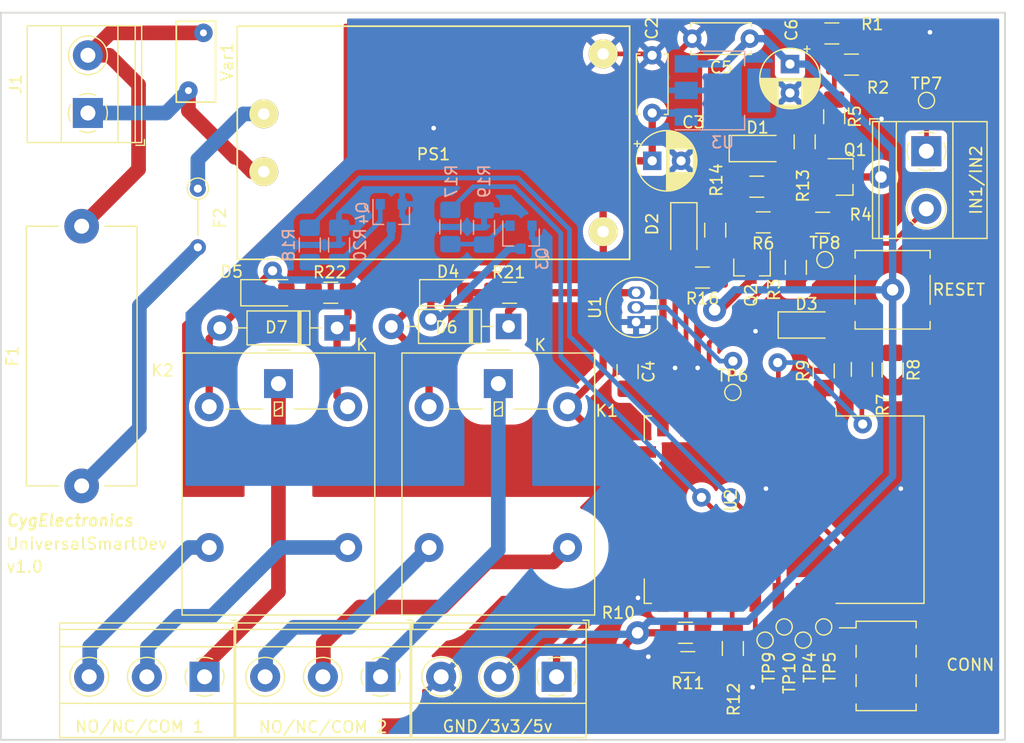
<source format=kicad_pcb>
(kicad_pcb (version 20211014) (generator pcbnew)
  (layers (0 "F.Cu" signal) (31 "B.Cu" signal) (34 "B.Paste" user) (35 "F.Paste" user) (36 "B.SilkS" user "B.Silkscreen") (37 "F.SilkS" user "F.Silkscreen") (38 "B.Mask" user) (39 "F.Mask" user) (44 "Edge.Cuts" user))
  (net 0 "")
  (net 1 "+5V")
  (net 2 "+3V3")
  (net 3 "Net-(D1-Pad2)")
  (net 4 "Net-(D3-Pad2)")
  (net 5 "Net-(D4-Pad2)")
  (net 6 "Net-(D5-Pad2)")
  (net 7 "Net-(F1-Pad1)")
  (net 8 "N")
  (net 9 "L")
  (net 10 "/GPIO0")
  (net 11 "RXD")
  (net 12 "TXD")
  (net 13 "Net-(Q2-Pad1)")
  (net 14 "Net-(Q3-Pad1)")
  (net 15 "Net-(R7-Pad2)")
  (net 16 "Net-(R8-Pad2)")
  (net 17 "Net-(R10-Pad2)")
  (net 18 "Net-(R11-Pad1)")
  (net 19 "/GPIO12")
  (net 20 "/GPIO4")
  (net 21 "/GPIO5")
  (net 22 "/GPIO13")
  (net 23 "/GPIO14")
  (net 24 "Net-(U2-Pad4)")
  (net 25 "Net-(U2-Pad9)")
  (net 26 "Net-(U2-Pad10)")
  (net 27 "Net-(U2-Pad11)")
  (net 28 "Net-(U2-Pad12)")
  (net 29 "Net-(U2-Pad13)")
  (net 30 "Net-(U2-Pad14)")
  (net 31 "Net-(F1-Pad2)")
  (net 32 "/ADC")
  (net 33 "/GPIOs/COM1")
  (net 34 "/GPIOs/NC1")
  (net 35 "/GPIOs/NO1")
  (net 36 "/GPIOs/NO2")
  (net 37 "/GPIOs/NC2")
  (net 38 "/GPIOs/COM2")
  (net 39 "/GPIOs/IN2")
  (net 40 "/GPIOs/IN1")
  (net 41 "Net-(R3-Pad1)")
  (net 42 "Net-(Q4-Pad1)")
  (net 43 "Net-(R1-Pad1)")
  (net 44 "Net-(Q1-Pad1)")
  (net 45 "Net-(D2-Pad2)")
  (net 46 "Net-(D4-Pad1)")
  (net 47 "Net-(D5-Pad1)")
  (net 48 "GNDD")
  (footprint "RF_Module:ESP-12E" (layer "F.Cu") (at 162.865 128.062 -90)
    (fp_text reference "U2")
    (fp_text value "ESP-12F")
  )
  (footprint "Resistor_SMD:R_1206_3216Metric_Pad1.42x1.75mm_HandSolder" (layer "F.Cu") (at 123.5855 109.266 180)
    (fp_text reference "R22")
    (fp_text value "1k")
  )
  (footprint "Resistor_SMD:R_1206_3216Metric_Pad1.42x1.75mm_HandSolder" (layer "F.Cu") (at 155.7925 107.95 180)
    (fp_text reference "R16")
    (fp_text value "300")
  )
  (footprint "Resistor_SMD:R_1206_3216Metric_Pad1.42x1.75mm_HandSolder" (layer "F.Cu") (at 139.0795 109.266 180)
    (fp_text reference "R21")
    (fp_text value "1k")
  )
  (footprint "Resistor_SMD:R_1206_3216Metric_Pad1.42x1.75mm_HandSolder" (layer "F.Cu") (at 164.643 96.185 90)
    (fp_text reference "R13")
    (fp_text value "10k")
  )
  (footprint "Resistor_SMD:R_1206_3216Metric_Pad1.42x1.75mm_HandSolder" (layer "F.Cu") (at 160.4915 100.076 180)
    (fp_text reference "R15" hide)
    (fp_text value "300")
  )
  (footprint "Resistor_SMD:R_1206_3216Metric_Pad1.42x1.75mm_HandSolder" (layer "F.Cu") (at 154.5195 141.27 180)
    (fp_text reference "R11")
    (fp_text value "10k")
  )
  (footprint "Resistor_SMD:R_1206_3216Metric_Pad1.42x1.75mm_HandSolder" (layer "F.Cu") (at 154.3195 138.73)
    (fp_text reference "R10")
    (fp_text value "10k")
  )
  (footprint "Resistor_SMD:R_1206_3216Metric_Pad1.42x1.75mm_HandSolder" (layer "F.Cu") (at 156.896 103.8415 90)
    (fp_text reference "R14")
    (fp_text value "10k")
  )
  (footprint "Resistor_SMD:R_1206_3216Metric_Pad1.42x1.75mm_HandSolder" (layer "F.Cu") (at 158.42 140.0905 90)
    (fp_text reference "R12")
    (fp_text value "10k")
  )
  (footprint "Resistor_SMD:R_1206_3216Metric_Pad1.42x1.75mm_HandSolder" (layer "F.Cu") (at 166.294 116.0335 -90)
    (fp_text reference "R9")
    (fp_text value "300")
  )
  (footprint "Capacitor_THT:CP_Radial_D5.0mm_P2.50mm" (layer "F.Cu") (at 163.373 89.454 -90)
    (fp_text reference "C6")
    (fp_text value "100uF")
  )
  (footprint "Package_TO_SOT_SMD:SOT-23" (layer "F.Cu") (at 168.072 99.233)
    (fp_text reference "Q1")
    (fp_text value "MMBT5550L")
  )
  (footprint "Resistor_SMD:R_1206_3216Metric_Pad1.42x1.75mm_HandSolder" (layer "F.Cu") (at 169.596 115.9065 -90)
    (fp_text reference "R7")
    (fp_text value "10k")
  )
  (footprint "Resistor_SMD:R_1206_3216Metric_Pad1.42x1.75mm_HandSolder" (layer "F.Cu") (at 161.0505 103.17)
    (fp_text reference "R6")
    (fp_text value "1k")
  )
  (footprint "Resistor_SMD:R_1206_3216Metric_Pad1.42x1.75mm_HandSolder" (layer "F.Cu") (at 167.2 94.0125 90)
    (fp_text reference "R5")
    (fp_text value "1k")
  )
  (footprint "LED_SMD:LED_1206_3216Metric_Pad1.42x1.75mm_HandSolder" (layer "F.Cu") (at 118.2515 109.266)
    (fp_text reference "D5")
    (fp_text value "LED")
  )
  (footprint "LED_SMD:LED_1206_3216Metric_Pad1.42x1.75mm_HandSolder" (layer "F.Cu") (at 164.8065 112.06)
    (fp_text reference "D3")
    (fp_text value "LED")
  )
  (footprint "Capacitor_SMD:C_1206_3216Metric_Pad1.42x1.75mm_HandSolder" (layer "F.Cu") (at 149.3 116.1 -90)
    (fp_text reference "C4")
    (fp_text value "100nF")
  )
  (footprint "Resistor_SMD:R_1206_3216Metric_Pad1.42x1.75mm_HandSolder" (layer "F.Cu") (at 163.881 107.0705 -90)
    (fp_text reference "R3")
    (fp_text value "1k")
  )
  (footprint "Our:HLK-PM01" (layer "F.Cu") (at 132.48 96.272)
    (fp_text reference "PS1")
    (fp_text value "HLK-PM01")
  )
  (footprint "Resistor_SMD:R_1206_3216Metric_Pad1.42x1.75mm_HandSolder" (layer "F.Cu") (at 166.2 103.2 180)
    (fp_text reference "R4")
    (fp_text value "1k")
  )
  (footprint "Capacitor_THT:C_Disc_D5.0mm_W2.5mm_P5.00mm" (layer "F.Cu") (at 159.9 87.25 180)
    (fp_text reference "C5")
    (fp_text value "100nF")
  )
  (footprint "TerminalBlock_Phoenix:TerminalBlock_Phoenix_MKDS-1,5-2_1x02_P5.00mm_Horizontal" (layer "F.Cu") (at 175.184 97 -90)
    (fp_text reference "IN1/IN2")
    (fp_text value "INPUT")
  )
  (footprint "LED_SMD:LED_1206_3216Metric_Pad1.42x1.75mm_HandSolder" (layer "F.Cu") (at 133.7455 109.266)
    (fp_text reference "D4")
    (fp_text value "LED")
  )
  (footprint "Package_TO_SOT_SMD:SOT-23" (layer "F.Cu") (at 160.081 107.045 -90)
    (fp_text reference "Q2")
    (fp_text value "MMBT5550L")
  )
  (footprint "Resistor_SMD:R_1206_3216Metric_Pad1.42x1.75mm_HandSolder" (layer "F.Cu") (at 172.263 115.9605 -90)
    (fp_text reference "R8")
    (fp_text value "4k7")
  )
  (footprint "TestPoint:TestPoint_Pad_D1.0mm" (layer "F.Cu") (at 158.42 117.902)
    (fp_text reference "TP6")
    (fp_text value "TestPoint")
  )
  (footprint "TestPoint:TestPoint_Pad_D1.0mm" (layer "F.Cu") (at 164.516 139.365)
    (fp_text reference "TP4")
    (fp_text value "TestPoint")
  )
  (footprint "TestPoint:TestPoint_Pad_D1.0mm" (layer "F.Cu") (at 166.294 138.222)
    (fp_text reference "TP5")
    (fp_text value "TestPoint")
  )
  (footprint "TestPoint:TestPoint_Pad_D1.0mm" (layer "F.Cu") (at 161.214 139.365)
    (fp_text reference "TP9")
    (fp_text value "TestPoint")
  )
  (footprint "TestPoint:TestPoint_Pad_D1.0mm" (layer "F.Cu") (at 166.4 106.4)
    (fp_text reference "TP8")
    (fp_text value "TestPoint")
  )
  (footprint "TerminalBlock_Phoenix:TerminalBlock_Phoenix_MKDS-1,5-3_1x03_P5.00mm_Horizontal" (layer "F.Cu") (at 112.65 142.54 180)
    (fp_text reference "NO/NC/COM 1")
    (fp_text value "Screw_Terminal_01x03")
  )
  (footprint "TestPoint:TestPoint_Pad_D1.0mm" (layer "F.Cu") (at 162.865 138.222)
    (fp_text reference "TP10")
    (fp_text value "TestPoint")
  )
  (footprint "Capacitor_THT:C_Disc_D5.0mm_W2.5mm_P5.00mm" (layer "F.Cu") (at 151.435 93.692 90)
    (fp_text reference "C2")
    (fp_text value "100nF")
  )
  (footprint "Capacitor_THT:CP_Radial_D5.0mm_P2.50mm" (layer "F.Cu") (at 151.435 97.836)
    (fp_text reference "C3")
    (fp_text value "10uF/10V")
  )
  (footprint "Varistor:RV_Disc_D7mm_W3.4mm_P5mm" (layer "F.Cu") (at 111.25 91.75 90)
    (fp_text reference "Var1")
    (fp_text value "250VAC")
  )
  (footprint "TestPoint:TestPoint_Pad_D1.0mm" (layer "F.Cu") (at 175.2 92.6)
    (fp_text reference "TP7")
    (fp_text value "TestPoint")
  )
  (footprint "TerminalBlock_Phoenix:TerminalBlock_Phoenix_MKDS-1,5-3_1x03_P5.00mm_Horizontal" (layer "F.Cu") (at 127.8985 142.54 180)
    (fp_text reference "NO/NC/COM 2")
    (fp_text value "Screw_Terminal_01x03")
  )
  (footprint "TerminalBlock_Phoenix:TerminalBlock_Phoenix_MKDS-1,5-3_1x03_P5.00mm_Horizontal" (layer "F.Cu") (at 143.147 142.54 180)
    (fp_text reference "GND/3v3/5v")
    (fp_text value "Screw_Terminal_01x03")
  )
  (footprint "Resistor_THT:R_Axial_DIN0204_L3.6mm_D1.6mm_P5.08mm_Vertical" (layer "F.Cu") (at 112.065 100.249 -90)
    (fp_text reference "F2")
    (fp_text value "Thermal Fuse")
  )
  (footprint "Resistor_SMD:R_1206_3216Metric_Pad1.42x1.75mm_HandSolder" (layer "F.Cu") (at 167 86.8)
    (fp_text reference "R1")
    (fp_text value "1k")
  )
  (footprint "Relay_THT:Relay_SPDT_Omron-G5LE-1" (layer "F.Cu") (at 119.05 117.14)
    (fp_text reference "K2")
    (fp_text value "G5LE-1")
  )
  (footprint "LED_SMD:LED_1206_3216Metric_Pad1.42x1.75mm_HandSolder" (layer "F.Cu") (at 160.5645 96.774)
    (fp_text reference "D1")
    (fp_text value "LED")
  )
  (footprint "Diode_THT:D_DO-41_SOD81_P10.16mm_Horizontal" (layer "F.Cu") (at 124.13 112.314 180)
    (fp_text reference "D7")
    (fp_text value "1N4001")
  )
  (footprint "Connector_PinHeader_2.54mm:PinHeader_2x03_P2.54mm_Vertical_SMD" (layer "F.Cu") (at 171.7 141.6)
    (fp_text reference "CONN")
    (fp_text value "Conn_02x03_Counter_Clockwise")
  )
  (footprint "Package_TO_SOT_THT:TO-92_Inline" (layer "F.Cu") (at 150.038 111.806 90)
    (fp_text reference "U1")
    (fp_text value "DS1822")
  )
  (footprint "Resistor_SMD:R_1206_3216Metric_Pad1.42x1.75mm_HandSolder" (layer "F.Cu") (at 168.7 89.5 180)
    (fp_text reference "R2")
    (fp_text value "1k")
  )
  (footprint "Relay_THT:Relay_SPDT_Omron-G5LE-1" (layer "F.Cu") (at 138.1 117.14)
    (fp_text reference "K1")
    (fp_text value "G5LE-1")
  )
  (footprint "LED_SMD:LED_1206_3216Metric_Pad1.42x1.75mm_HandSolder" (layer "F.Cu") (at 154.178 103.9225 -90)
    (fp_text reference "D2")
    (fp_text value "LED")
  )
  (footprint "Diode_THT:D_DO-41_SOD81_P10.16mm_Horizontal" (layer "F.Cu") (at 138.989 112.187 180)
    (fp_text reference "D6")
    (fp_text value "1N4001")
  )
  (footprint "TerminalBlock_Phoenix:TerminalBlock_Phoenix_MKDS-1,5-2_1x02_P5.00mm_Horizontal" (layer "F.Cu") (at 102.54 93.692 90)
    (fp_text reference "J1")
    (fp_text value "SWITCH")
  )
  (footprint "Button_Switch_SMD:SW_SPST_B3SL-1022P" (layer "F.Cu") (at 172.263 109.012 180)
    (fp_text reference "RESET")
    (fp_text value "RESET")
  )
  (footprint "Fuse:Fuseholder_Cylinder-5x20mm_Schurter_0031_8201_Horizontal_Open" (layer "F.Cu") (at 102 126 90)
    (fp_text reference "F1")
    (fp_text value "500mA")
  )
  (footprint "Package_TO_SOT_SMD:SOT-223" (layer "B.Cu") (at 157.531 91.74)
    (fp_text reference "U3")
    (fp_text value "MCP1825S")
  )
  (footprint "Resistor_SMD:R_1206_3216Metric_Pad1.42x1.75mm_HandSolder" (layer "B.Cu") (at 136.86299 103.605843 90)
    (fp_text reference "R19")
    (fp_text value "10k")
  )
  (footprint "Resistor_SMD:R_1206_3216Metric_Pad1.42x1.75mm_HandSolder" (layer "B.Cu") (at 121.765606 105.123943 -90)
    (fp_text reference "R18")
    (fp_text value "1k")
  )
  (footprint "Resistor_SMD:R_1206_3216Metric_Pad1.42x1.75mm_HandSolder" (layer "B.Cu") (at 133.94199 103.569343 -90)
    (fp_text reference "R17")
    (fp_text value "1k")
  )
  (footprint "Resistor_SMD:R_1206_3216Metric_Pad1.42x1.75mm_HandSolder" (layer "B.Cu") (at 124.305606 105.123943 90)
    (fp_text reference "R20")
    (fp_text value "10k")
  )
  (footprint "Package_TO_SOT_SMD:SOT-23" (layer "B.Cu") (at 140.071 104.456 -90)
    (fp_text reference "Q3")
    (fp_text value "MMBT5550L")
  )
  (footprint "Package_TO_SOT_SMD:SOT-23" (layer "B.Cu") (at 128.821865 102.588015 -90)
    (fp_text reference "Q4")
    (fp_text value "MMBT5550L")
  )
  (gr_line (start 182 148) (end 95 148) (layer "Edge.Cuts") (width 0.15))
  (gr_line (start 95 85) (end 182 85) (layer "Edge.Cuts") (width 0.15))
  (gr_line (start 182 85) (end 182 148) (layer "Edge.Cuts") (width 0.15))
  (gr_line (start 95 148) (end 95 85) (layer "Edge.Cuts") (width 0.15))
  (gr_text "v1.0" (at 97.070238 133) (layer "F.SilkS") (effects (font (size 1 1))))
  (gr_text "CygElectronics" (at 101 129) (layer "F.SilkS") (effects (font (size 1 1) (thickness 0.2) italic)))
  (gr_text "UniversalSmartDev" (at 102.451191 131.01875) (layer "F.SilkS") (effects (font (size 1 1))))
  (segment (start 151.435 93.692) (end 151.435 97.836) (width 0.635) (layer "F.Cu") (net 1))
  (segment (start 124.13 112.314) (end 124.13 118.22) (width 0.635) (layer "F.Cu") (net 1))
  (segment (start 124.13 118.22) (end 125.05 119.14) (width 0.635) (layer "F.Cu") (net 1))
  (segment (start 147.967501 123.007501) (end 145.349999 120.389999) (width 0.635) (layer "F.Cu") (net 1))
  (segment (start 145.349999 120.389999) (end 144.1 119.14) (width 0.635) (layer "F.Cu") (net 1))
  (segment (start 125.865 112.314) (end 130.45551 107.72349) (width 0.635) (layer "F.Cu") (net 1))
  (segment (start 139.795653 108.494653) (end 140.567 109.266) (width 0.635) (layer "F.Cu") (net 1))
  (segment (start 124.13 112.314) (end 125.865 112.314) (width 0.635) (layer "F.Cu") (net 1))
  (segment (start 130.45551 107.72349) (end 139.02449 107.72349) (width 0.635) (layer "F.Cu") (net 1))
  (segment (start 139.02449 107.72349) (end 139.795653 108.494653) (width 0.635) (layer "F.Cu") (net 1))
  (segment (start 143.147 140.605) (end 147.967501 135.784499) (width 0.635) (layer "F.Cu") (net 1))
  (segment (start 143.147 142.54) (end 143.147 140.605) (width 0.635) (layer "F.Cu") (net 1))
  (segment (start 147.967501 135.784499) (end 147.967501 123.007501) (width 0.635) (layer "F.Cu") (net 1))
  (segment (start 141.886 109.266) (end 147.18 109.266) (width 0.635) (layer "F.Cu") (net 1))
  (segment (start 147.18 109.266) (end 147.18 116.06) (width 0.635) (layer "F.Cu") (net 1))
  (segment (start 140.567 109.266) (end 141.886 109.266) (width 0.635) (layer "F.Cu") (net 1))
  (segment (start 138.989 112.187) (end 138.989 110.844) (width 0.635) (layer "F.Cu") (net 1))
  (segment (start 138.989 110.844) (end 140.567 109.266) (width 0.635) (layer "F.Cu") (net 1))
  (segment (start 147.18 116.06) (end 144.1 119.14) (width 0.635) (layer "F.Cu") (net 1))
  (segment (start 147.18 109.266) (end 150.038 109.266) (width 0.635) (layer "F.Cu") (net 1))
  (segment (start 147.193 103.985) (end 147.18 103.972) (width 0.635) (layer "F.Cu") (net 1))
  (segment (start 147.193 107.696) (end 147.193 103.985) (width 0.635) (layer "F.Cu") (net 1))
  (segment (start 125.073 109.266) (end 125.073 111.371) (width 0.635) (layer "F.Cu") (net 1))
  (segment (start 125.073 111.371) (end 124.13 112.314) (width 0.635) (layer "F.Cu") (net 1))
  (segment (start 147.18 109.266) (end 147.193 109.253) (width 0.635) (layer "F.Cu") (net 1))
  (segment (start 147.193 109.253) (end 147.193 107.696) (width 0.635) (layer "F.Cu") (net 1))
  (segment (start 147.18 103.972) (end 147.18 100.62) (width 0.635) (layer "F.Cu") (net 1))
  (segment (start 151.435 97.836) (end 149.964 97.836) (width 0.635) (layer "F.Cu") (net 1))
  (segment (start 149.964 97.836) (end 147.5 100.3) (width 0.635) (layer "F.Cu") (net 1))
  (segment (start 147.18 100.62) (end 147.5 100.3) (width 0.635) (layer "F.Cu") (net 1))
  (segment (start 151.435 93.692) (end 154.033 93.692) (width 0.635) (layer "B.Cu") (net 1))
  (segment (start 154.033 93.692) (end 154.381 94.04) (width 0.635) (layer "B.Cu") (net 1))
  (segment (start 169.072 99.233) (end 171.247 99.233) (width 0.635) (layer "F.Cu") (net 2))
  (segment (start 156.315 143.683) (end 158.42 141.578) (width 0.635) (layer "F.Cu") (net 2))
  (segment (start 149.165001 141.032001) (end 151.816 143.683) (width 0.635) (layer "F.Cu") (net 2))
  (segment (start 151.816 143.683) (end 156.315 143.683) (width 0.635) (layer "F.Cu") (net 2))
  (segment (start 150.165 138.73) (end 149.165001 139.729999) (width 0.635) (layer "F.Cu") (net 2))
  (segment (start 172.263 114.473) (end 172.263 109.012) (width 0.635) (layer "F.Cu") (net 2))
  (segment (start 172.209 114.419) (end 172.263 114.473) (width 0.635) (layer "F.Cu") (net 2))
  (segment (start 169.596 114.419) (end 172.209 114.419) (width 0.635) (layer "F.Cu") (net 2))
  (segment (start 149.165001 139.729999) (end 149.165001 141.032001) (width 0.635) (layer "F.Cu") (net 2))
  (segment (start 152.832 138.73) (end 150.165 138.73) (width 0.635) (layer "F.Cu") (net 2))
  (segment (start 157.382 110.744) (end 156.845 110.744) (width 0.635) (layer "F.Cu") (net 2))
  (segment (start 160.081 108.045) (end 157.382 110.744) (width 0.635) (layer "F.Cu") (net 2))
  (segment (start 156.591 97.79) (end 154.305 100.076) (width 0.635) (layer "F.Cu") (net 2))
  (segment (start 149.3 117.5875) (end 149.4905 117.5875) (width 0.635) (layer "F.Cu") (net 2))
  (segment (start 149.4905 117.5875) (end 152.365 120.462) (width 0.635) (layer "F.Cu") (net 2))
  (segment (start 153.797 100.076) (end 152.365 101.508) (width 0.635) (layer "F.Cu") (net 2))
  (segment (start 156.591 89.85363) (end 157.29637 89.85363) (width 0.635) (layer "F.Cu") (net 2))
  (segment (start 152.365 101.508) (end 152.365 120.462) (width 0.635) (layer "F.Cu") (net 2))
  (segment (start 156.591 89.85363) (end 156.591 97.79) (width 0.635) (layer "F.Cu") (net 2))
  (segment (start 157.29637 89.85363) (end 159.9 87.25) (width 0.635) (layer "F.Cu") (net 2))
  (segment (start 154.305 100.076) (end 153.797 100.076) (width 0.635) (layer "F.Cu") (net 2))
  (via (at 156.845 110.744) (size 2) (drill 1) (layers "F.Cu" "B.Cu") (net 2))
  (via (at 171.247 99.233) (size 2) (drill 1) (layers "F.Cu" "B.Cu") (net 2))
  (via (at 172.263 109.012) (size 2) (drill 1) (layers "F.Cu" "B.Cu") (net 2))
  (via (at 150.165 138.73) (size 2) (drill 1) (layers "F.Cu" "B.Cu") (net 2))
  (segment (start 171.247 99.233) (end 172.263 99.233) (width 0.635) (layer "B.Cu") (net 2))
  (segment (start 141.83 138.857) (end 150.038 138.857) (width 0.635) (layer "B.Cu") (net 2))
  (segment (start 138.147 142.54) (end 141.83 138.857) (width 0.635) (layer "B.Cu") (net 2))
  (segment (start 164.808 89.454) (end 163.373 89.454) (width 0.635) (layer "B.Cu") (net 2))
  (segment (start 172.263 96.909) (end 164.808 89.454) (width 0.635) (layer "B.Cu") (net 2))
  (segment (start 156.845 110.744) (end 158.577 109.012) (width 0.635) (layer "B.Cu") (net 2))
  (segment (start 158.577 109.012) (end 172.263 109.012) (width 0.635) (layer "B.Cu") (net 2))
  (segment (start 172.263 109.012) (end 172.263 99.233) (width 0.635) (layer "B.Cu") (net 2))
  (segment (start 172.263 99.233) (end 172.263 96.909) (width 0.635) (layer "B.Cu") (net 2))
  (segment (start 154.381 89.44) (end 157.71 89.44) (width 0.635) (layer "B.Cu") (net 2))
  (segment (start 163.373 89.454) (end 161.169 87.25) (width 0.635) (layer "B.Cu") (net 2))
  (segment (start 159.703999 137.730001) (end 172.263 125.171) (width 0.635) (layer "B.Cu") (net 2))
  (segment (start 161.169 87.25) (end 159.9 87.25) (width 0.635) (layer "B.Cu") (net 2))
  (segment (start 151.164999 137.730001) (end 159.703999 137.730001) (width 0.635) (layer "B.Cu") (net 2))
  (segment (start 172.263 125.171) (end 172.263 110.426213) (width 0.635) (layer "B.Cu") (net 2))
  (segment (start 157.71 89.44) (end 159.9 87.25) (width 0.635) (layer "B.Cu") (net 2))
  (segment (start 172.263 110.426213) (end 172.263 109.012) (width 0.635) (layer "B.Cu") (net 2))
  (segment (start 150.165 138.73) (end 151.164999 137.730001) (width 0.635) (layer "B.Cu") (net 2))
  (segment (start 162.052 97.028) (end 162.052 96.774) (width 0.4064) (layer "F.Cu") (net 3))
  (segment (start 159.004 100.076) (end 162.052 97.028) (width 0.4064) (layer "F.Cu") (net 3))
  (segment (start 166.294 112.06) (end 166.294 114.546) (width 0.4064) (layer "F.Cu") (net 4))
  (segment (start 135.233 109.266) (end 137.592 109.266) (width 0.635) (layer "F.Cu") (net 5))
  (segment (start 119.739 109.266) (end 122.098 109.266) (width 0.635) (layer "F.Cu") (net 6))
  (segment (start 107 110.394) (end 112.065 105.329) (width 1.27) (layer "B.Cu") (net 7))
  (segment (start 102 126) (end 107 121) (width 1.27) (layer "B.Cu") (net 7))
  (segment (start 107 121) (end 107 110.394) (width 1.27) (layer "B.Cu") (net 7))
  (segment (start 115.272001 97.522001) (end 111.25 93.5) (width 1.27) (layer "F.Cu") (net 8))
  (segment (start 117.78 98.772) (end 116.772 98.772) (width 1.27) (layer "F.Cu") (net 8))
  (segment (start 111.25 93.5) (end 111.25 91.75) (width 1.27) (layer "F.Cu") (net 8))
  (segment (start 115.522001 97.522001) (end 115.272001 97.522001) (width 1.27) (layer "F.Cu") (net 8))
  (segment (start 116.772 98.772) (end 115.522001 97.522001) (width 1.27) (layer "F.Cu") (net 8))
  (segment (start 109.308 93.692) (end 111.25 91.75) (width 1.27) (layer "B.Cu") (net 8))
  (segment (start 102.54 93.692) (end 109.308 93.692) (width 1.27) (layer "B.Cu") (net 8))
  (segment (start 112.065 97.719234) (end 112.065 99.259051) (width 1.27) (layer "B.Cu") (net 9))
  (segment (start 112.065 99.259051) (end 112.065 100.249) (width 1.27) (layer "B.Cu") (net 9))
  (segment (start 116.012234 93.772) (end 112.065 97.719234) (width 1.27) (layer "B.Cu") (net 9))
  (segment (start 117.78 93.772) (end 116.012234 93.772) (width 1.27) (layer "B.Cu") (net 9))
  (segment (start 158.365 135.662) (end 158.365 138.548) (width 0.4064) (layer "F.Cu") (net 10))
  (segment (start 158.365 138.548) (end 158.42 138.603) (width 0.4064) (layer "F.Cu") (net 10))
  (segment (start 158.42 138.603) (end 163.957 144.14) (width 0.4064) (layer "F.Cu") (net 10))
  (segment (start 163.957 144.14) (end 169.175 144.14) (width 0.4064) (layer "F.Cu") (net 10))
  (segment (start 164.365 139.214) (end 164.516 139.365) (width 0.4064) (layer "F.Cu") (net 11))
  (segment (start 164.365 135.662) (end 164.365 139.214) (width 0.4064) (layer "F.Cu") (net 11))
  (segment (start 166.751 141.6) (end 164.516 139.365) (width 0.4064) (layer "F.Cu") (net 11))
  (segment (start 169.175 141.6) (end 166.751 141.6) (width 0.4064) (layer "F.Cu") (net 11))
  (segment (start 166.365 135.662) (end 166.365 138.151) (width 0.4064) (layer "F.Cu") (net 12))
  (segment (start 166.365 138.151) (end 166.294 138.222) (width 0.4064) (layer "F.Cu") (net 12))
  (segment (start 167.132 139.06) (end 166.294 138.222) (width 0.4064) (layer "F.Cu") (net 12))
  (segment (start 169.175 139.06) (end 167.132 139.06) (width 0.4064) (layer "F.Cu") (net 12))
  (segment (start 156.896 105.329) (end 157.404 105.329) (width 0.4064) (layer "F.Cu") (net 13))
  (segment (start 159.563 104.577) (end 161.031 106.045) (width 0.4064) (layer "F.Cu") (net 13))
  (segment (start 157.404 105.329) (end 159.563 103.17) (width 0.4064) (layer "F.Cu") (net 13))
  (segment (start 159.563 103.17) (end 159.563 104.577) (width 0.4064) (layer "F.Cu") (net 13))
  (segment (start 139.121 103.456) (end 138.500333 103.456) (width 0.4064) (layer "B.Cu") (net 14))
  (segment (start 138.500333 103.456) (end 136.86299 105.093343) (width 0.4064) (layer "B.Cu") (net 14))
  (segment (start 133.94199 105.056843) (end 136.82649 105.056843) (width 0.4064) (layer "B.Cu") (net 14))
  (segment (start 136.82649 105.056843) (end 136.86299 105.093343) (width 0.4064) (layer "B.Cu") (net 14))
  (segment (start 169.596 120.574) (end 169.672 120.65) (width 0.4064) (layer "F.Cu") (net 15))
  (segment (start 162.365 115.375) (end 162.306 115.316) (width 0.4064) (layer "F.Cu") (net 15))
  (segment (start 169.596 117.394) (end 169.596 120.574) (width 0.4064) (layer "F.Cu") (net 15))
  (segment (start 162.365 120.462) (end 162.365 115.375) (width 0.4064) (layer "F.Cu") (net 15))
  (via (at 169.672 120.65) (size 1.6) (drill 0.8) (layers "F.Cu" "B.Cu") (net 15))
  (via (at 162.306 115.316) (size 1.6) (drill 0.8) (layers "F.Cu" "B.Cu") (net 15))
  (segment (start 169.672 120.65) (end 164.338 115.316) (width 0.4064) (layer "B.Cu") (net 15))
  (segment (start 164.338 115.316) (end 162.306 115.316) (width 0.4064) (layer "B.Cu") (net 15))
  (segment (start 167.68671 116.12829) (end 167.065347 116.749653) (width 0.4064) (layer "F.Cu") (net 16))
  (segment (start 172.263 117.448) (end 170.94329 116.12829) (width 0.4064) (layer "F.Cu") (net 16))
  (segment (start 167.065347 116.749653) (end 166.294 117.521) (width 0.4064) (layer "F.Cu") (net 16))
  (segment (start 166.294 117.521) (end 166.294 120.391) (width 0.4064) (layer "F.Cu") (net 16))
  (segment (start 166.294 120.391) (end 166.365 120.462) (width 0.4064) (layer "F.Cu") (net 16))
  (segment (start 167.9 116.12829) (end 167.68671 116.12829) (width 0.4064) (layer "F.Cu") (net 16))
  (segment (start 175.143 111.012) (end 175.143 114.568) (width 0.4064) (layer "F.Cu") (net 16))
  (segment (start 175.143 114.568) (end 174.88 114.831) (width 0.4064) (layer "F.Cu") (net 16))
  (segment (start 172.263 117.448) (end 174.88 114.831) (width 0.4064) (layer "F.Cu") (net 16))
  (segment (start 170.94329 116.12829) (end 167.9 116.12829) (width 0.4064) (layer "F.Cu") (net 16))
  (segment (start 169.383 111.217) (end 167.9 112.7) (width 0.4064) (layer "F.Cu") (net 16))
  (segment (start 167.9 112.7) (end 167.9 113.32) (width 0.4064) (layer "F.Cu") (net 16))
  (segment (start 167.9 113.32) (end 167.9 116.12829) (width 0.4064) (layer "F.Cu") (net 16))
  (segment (start 169.383 111.012) (end 169.383 111.217) (width 0.4064) (layer "F.Cu") (net 16))
  (segment (start 156.365 135.662) (end 156.365 138.172) (width 0.4064) (layer "F.Cu") (net 17))
  (segment (start 156.365 138.172) (end 155.807 138.73) (width 0.4064) (layer "F.Cu") (net 17))
  (segment (start 154.365 135.662) (end 154.365 139.628) (width 0.4064) (layer "F.Cu") (net 18))
  (segment (start 154.365 139.628) (end 156.007 141.27) (width 0.4064) (layer "F.Cu") (net 18))
  (segment (start 161.979 100.076) (end 161.036 101.019) (width 0.4064) (layer "F.Cu") (net 19))
  (segment (start 162.306 105.474238) (end 162.306 107.665762) (width 0.4064) (layer "F.Cu") (net 19))
  (segment (start 156.365 118.8056) (end 156.365 120.462) (width 0.4064) (layer "F.Cu") (net 19))
  (segment (start 162.306 107.665762) (end 156.365 113.606762) (width 0.4064) (layer "F.Cu") (net 19))
  (segment (start 161.036 104.204238) (end 162.306 105.474238) (width 0.4064) (layer "F.Cu") (net 19))
  (segment (start 161.036 101.019) (end 161.036 104.204238) (width 0.4064) (layer "F.Cu") (net 19))
  (segment (start 156.365 113.606762) (end 156.365 118.8056) (width 0.4064) (layer "F.Cu") (net 19))
  (segment (start 167.011 100.122) (end 167.072 100.183) (width 0.4064) (layer "F.Cu") (net 19))
  (segment (start 166.965 100.076) (end 167.072 100.183) (width 0.4064) (layer "F.Cu") (net 19))
  (segment (start 161.979 100.076) (end 166.965 100.076) (width 0.4064) (layer "F.Cu") (net 19))
  (segment (start 160.365 135.662) (end 160.365 138.516) (width 0.4064) (layer "F.Cu") (net 20))
  (segment (start 160.365 138.516) (end 161.214 139.365) (width 0.4064) (layer "F.Cu") (net 20))
  (segment (start 160.365 135.662) (end 160.365 131.663) (width 0.4064) (layer "F.Cu") (net 20))
  (segment (start 160.365 131.663) (end 155.702 127) (width 0.4064) (layer "F.Cu") (net 20))
  (via (at 155.702 127) (size 1.6) (drill 0.8) (layers "F.Cu" "B.Cu") (net 20))
  (segment (start 143.51 114.808) (end 155.702 127) (width 0.4064) (layer "B.Cu") (net 20))
  (segment (start 143.51 104.099238) (end 143.51 114.808) (width 0.4064) (layer "B.Cu") (net 20))
  (segment (start 139.486762 100.076) (end 135.947833 100.076) (width 0.4064) (layer "B.Cu") (net 20))
  (segment (start 135.947833 100.076) (end 133.94199 102.081843) (width 0.4064) (layer "B.Cu") (net 20))
  (segment (start 143.51 104.099238) (end 139.486762 100.076) (width 0.4064) (layer "B.Cu") (net 20))
  (segment (start 162.365 137.722) (end 162.865 138.222) (width 0.4064) (layer "F.Cu") (net 21))
  (segment (start 162.365 131.123) (end 158.242 127) (width 0.4064) (layer "F.Cu") (net 21))
  (segment (start 162.365 135.662) (end 162.365 131.123) (width 0.4064) (layer "F.Cu") (net 21))
  (segment (start 162.365 135.662) (end 162.365 137.722) (width 0.4064) (layer "F.Cu") (net 21))
  (via (at 158.242 127) (size 1.6) (drill 0.8) (layers "F.Cu" "B.Cu") (net 21))
  (segment (start 144.26641 113.02441) (end 158.242 127) (width 0.4064) (layer "B.Cu") (net 21))
  (segment (start 144.26641 103.785925) (end 144.26641 113.02441) (width 0.4064) (layer "B.Cu") (net 21))
  (segment (start 139.800077 99.31959) (end 144.26641 103.785925) (width 0.4064) (layer "B.Cu") (net 21))
  (segment (start 121.765606 103.636443) (end 126.082459 99.31959) (width 0.4064) (layer "B.Cu") (net 21))
  (segment (start 126.082459 99.31959) (end 139.800077 99.31959) (width 0.4064) (layer "B.Cu") (net 21))
  (segment (start 154.365 120.462) (end 154.365 110.835) (width 0.4064) (layer "F.Cu") (net 22))
  (segment (start 154.365 110.835) (end 157.331 107.869) (width 0.4064) (layer "F.Cu") (net 22))
  (segment (start 157.331 107.845) (end 159.131 106.045) (width 0.4064) (layer "F.Cu") (net 22))
  (segment (start 157.331 107.869) (end 157.331 107.845) (width 0.4064) (layer "F.Cu") (net 22))
  (segment (start 158.42 117.902) (end 158.42 120.407) (width 0.4064) (layer "F.Cu") (net 23))
  (segment (start 158.42 120.407) (end 158.365 120.462) (width 0.4064) (layer "F.Cu") (net 23))
  (segment (start 158.42 115.2015) (end 158.4325 115.189) (width 0.4064) (layer "F.Cu") (net 23))
  (segment (start 158.42 117.902) (end 158.42 115.2015) (width 0.4064) (layer "F.Cu") (net 23))
  (via (at 158.4325 115.189) (size 1.6) (drill 0.8) (layers "F.Cu" "B.Cu") (net 23))
  (segment (start 151.1944 110.536) (end 150.038 110.536) (width 0.4064) (layer "B.Cu") (net 23))
  (segment (start 157.30113 115.189) (end 152.64813 110.536) (width 0.4064) (layer "B.Cu") (net 23))
  (segment (start 152.64813 110.536) (end 151.1944 110.536) (width 0.4064) (layer "B.Cu") (net 23))
  (segment (start 158.4325 115.189) (end 157.30113 115.189) (width 0.4064) (layer "B.Cu") (net 23))
  (segment (start 112.55 86.75) (end 104.482 86.75) (width 1.27) (layer "F.Cu") (net 31))
  (segment (start 106.93 91.243523) (end 104.378477 88.692) (width 1.27) (layer "F.Cu") (net 31))
  (segment (start 106.93 98.57) (end 106.93 91.243523) (width 1.27) (layer "F.Cu") (net 31))
  (segment (start 104.378477 88.692) (end 102.54 88.692) (width 1.27) (layer "F.Cu") (net 31))
  (segment (start 102 103.5) (end 106.93 98.57) (width 1.27) (layer "F.Cu") (net 31))
  (segment (start 104.482 86.75) (end 102.54 88.692) (width 1.27) (layer "F.Cu") (net 31))
  (segment (start 164.365 127.722262) (end 174.225 137.582262) (width 0.4064) (layer "F.Cu") (net 32))
  (segment (start 174.225 138.1536) (end 174.225 139.06) (width 0.4064) (layer "F.Cu") (net 32))
  (segment (start 164.365 120.462) (end 164.365 127.722262) (width 0.4064) (layer "F.Cu") (net 32))
  (segment (start 174.225 137.582262) (end 174.225 138.1536) (width 0.4064) (layer "F.Cu") (net 32))
  (segment (start 127.94 141.693802) (end 127.94 142.54) (width 1.27) (layer "B.Cu") (net 33))
  (segment (start 138.1 131.533802) (end 127.94 141.693802) (width 1.27) (layer "B.Cu") (net 33))
  (segment (start 138.1 117.14) (end 138.1 131.533802) (width 1.27) (layer "B.Cu") (net 33))
  (segment (start 133.25 136.5) (end 126.096998 136.5) (width 1.27) (layer "F.Cu") (net 34))
  (segment (start 126.096998 136.5) (end 122.94 139.656998) (width 1.27) (layer "F.Cu") (net 34))
  (segment (start 142.850001 132.589999) (end 137.160001 132.589999) (width 1.27) (layer "F.Cu") (net 34))
  (segment (start 122.94 139.656998) (end 122.94 140.701523) (width 1.27) (layer "F.Cu") (net 34))
  (segment (start 144.1 131.34) (end 142.850001 132.589999) (width 1.27) (layer "F.Cu") (net 34))
  (segment (start 137.160001 132.589999) (end 133.25 136.5) (width 1.27) (layer "F.Cu") (net 34))
  (segment (start 122.94 140.701523) (end 122.94 142.54) (width 1.27) (layer "F.Cu") (net 34))
  (segment (start 120.391523 138.25) (end 117.94 140.701523) (width 1.27) (layer "B.Cu") (net 35))
  (segment (start 125.19 138.25) (end 120.391523 138.25) (width 1.27) (layer "B.Cu") (net 35))
  (segment (start 117.94 140.701523) (end 117.94 142.54) (width 1.27) (layer "B.Cu") (net 35))
  (segment (start 132.1 131.34) (end 125.19 138.25) (width 1.27) (layer "B.Cu") (net 35))
  (segment (start 102.7 139.922234) (end 102.7 140.701523) (width 1.27) (layer "B.Cu") (net 36))
  (segment (start 113.05 131.34) (end 111.282234 131.34) (width 1.27) (layer "B.Cu") (net 36))
  (segment (start 102.7 140.701523) (end 102.7 142.54) (width 1.27) (layer "B.Cu") (net 36))
  (segment (start 111.282234 131.34) (end 102.7 139.922234) (width 1.27) (layer "B.Cu") (net 36))
  (segment (start 107.7 142.54) (end 107.7 139.97099) (width 1.27) (layer "B.Cu") (net 37))
  (segment (start 110.37099 137.3) (end 113.283802 137.3) (width 1.27) (layer "B.Cu") (net 37))
  (segment (start 107.7 139.97099) (end 110.37099 137.3) (width 1.27) (layer "B.Cu") (net 37))
  (segment (start 119.243802 131.34) (end 125.05 131.34) (width 1.27) (layer "B.Cu") (net 37))
  (segment (start 113.283802 137.3) (end 119.243802 131.34) (width 1.27) (layer "B.Cu") (net 37))
  (segment (start 112.7 141.512198) (end 112.7 142.54) (width 1.27) (layer "F.Cu") (net 38))
  (segment (start 119.05 135.162198) (end 112.7 141.512198) (width 1.27) (layer "F.Cu") (net 38))
  (segment (start 119.05 117.14) (end 119.05 135.162198) (width 1.27) (layer "F.Cu") (net 38))
  (segment (start 164.242 108.558) (end 166.4 106.4) (width 0.4064) (layer "F.Cu") (net 39))
  (segment (start 167.8 105) (end 172.184 105) (width 0.4064) (layer "F.Cu") (net 39))
  (segment (start 172.184 105) (end 173.184 104) (width 0.4064) (layer "F.Cu") (net 39))
  (segment (start 173.184 104) (end 175.184 102) (width 0.4064) (layer "F.Cu") (net 39))
  (segment (start 166.4 106.4) (end 167.8 105) (width 0.4064) (layer "F.Cu") (net 39))
  (segment (start 163.881 108.558) (end 164.242 108.558) (width 0.4064) (layer "F.Cu") (net 39))
  (segment (start 175.2 92.6) (end 175.2 96.984) (width 0.4064) (layer "F.Cu") (net 40))
  (segment (start 175.2 89) (end 175.2 92.6) (width 0.4064) (layer "F.Cu") (net 40))
  (segment (start 168.4875 86.8) (end 173 86.8) (width 0.4064) (layer "F.Cu") (net 40))
  (segment (start 175.2 96.984) (end 175.184 97) (width 0.4064) (layer "F.Cu") (net 40))
  (segment (start 173 86.8) (end 175.2 89) (width 0.4064) (layer "F.Cu") (net 40))
  (segment (start 162.538 103.17) (end 162.538 104.24) (width 0.4064) (layer "F.Cu") (net 41))
  (segment (start 162.538 104.24) (end 163.881 105.583) (width 0.4064) (layer "F.Cu") (net 41))
  (segment (start 164.6825 103.17) (end 164.7125 103.2) (width 0.4064) (layer "F.Cu") (net 41))
  (segment (start 162.538 103.17) (end 164.6825 103.17) (width 0.4064) (layer "F.Cu") (net 41))
  (segment (start 127.871865 103.045184) (end 124.305606 106.611443) (width 0.4064) (layer "B.Cu") (net 42))
  (segment (start 127.871865 101.588015) (end 127.871865 103.045184) (width 0.4064) (layer "B.Cu") (net 42))
  (segment (start 124.305606 106.611443) (end 121.765606 106.611443) (width 0.4064) (layer "B.Cu") (net 42))
  (segment (start 165.5125 87.8) (end 167.2125 89.5) (width 0.4064) (layer "F.Cu") (net 43))
  (segment (start 165.5125 86.8) (end 165.5125 87.8) (width 0.4064) (layer "F.Cu") (net 43))
  (segment (start 167.2125 92.5125) (end 167.2 92.525) (width 0.4064) (layer "F.Cu") (net 43))
  (segment (start 167.2125 89.5) (end 167.2125 92.5125) (width 0.4064) (layer "F.Cu") (net 43))
  (segment (start 166.4615 97.6725) (end 167.072 98.283) (width 0.4064) (layer "F.Cu") (net 44))
  (segment (start 164.643 97.6725) (end 166.4615 97.6725) (width 0.4064) (layer "F.Cu") (net 44))
  (segment (start 166.8155 95.5) (end 164.643 97.6725) (width 0.4064) (layer "F.Cu") (net 44))
  (segment (start 167.2 95.5) (end 166.8155 95.5) (width 0.4064) (layer "F.Cu") (net 44))
  (segment (start 154.3195 107.8325) (end 154.356 107.869) (width 0.4064) (layer "F.Cu") (net 45))
  (segment (start 154.178 105.41) (end 154.178 107.823) (width 0.4064) (layer "F.Cu") (net 45))
  (segment (start 154.178 107.823) (end 154.305 107.95) (width 0.4064) (layer "F.Cu") (net 45))
  (segment (start 132.258 111.552) (end 132.258 109.266) (width 0.635) (layer "F.Cu") (net 46))
  (segment (start 132.1 115.458) (end 132.1 119.14) (width 0.635) (layer "F.Cu") (net 46))
  (segment (start 128.829 112.187) (end 132.1 115.458) (width 0.635) (layer "F.Cu") (net 46))
  (segment (start 132.258 109.266) (end 131.75 109.266) (width 0.635) (layer "F.Cu") (net 46))
  (segment (start 131.75 109.266) (end 128.829 112.187) (width 0.635) (layer "F.Cu") (net 46))
  (via (at 132.258 111.552) (size 2) (drill 1) (layers "F.Cu" "B.Cu") (net 46))
  (segment (start 139.036 105.456) (end 132.94 111.552) (width 0.635) (layer "B.Cu") (net 46))
  (segment (start 140.071 105.456) (end 139.036 105.456) (width 0.635) (layer "B.Cu") (net 46))
  (segment (start 132.94 111.552) (end 132.258 111.552) (width 0.635) (layer "B.Cu") (net 46))
  (segment (start 113.05 119.14) (end 113.05 113.234) (width 0.635) (layer "F.Cu") (net 47))
  (segment (start 113.05 113.234) (end 113.97 112.314) (width 0.635) (layer "F.Cu") (net 47))
  (segment (start 116.764 109.266) (end 116.764 109.139) (width 0.635) (layer "F.Cu") (net 47))
  (segment (start 116.764 109.139) (end 118.542 107.361) (width 0.635) (layer "F.Cu") (net 47))
  (segment (start 116.764 109.266) (end 116.764 109.52) (width 0.635) (layer "F.Cu") (net 47))
  (segment (start 116.764 109.52) (end 113.97 112.314) (width 0.635) (layer "F.Cu") (net 47))
  (via (at 118.542 107.361) (size 1.6) (drill 0.8) (layers "F.Cu" "B.Cu") (net 47))
  (segment (start 128.821865 103.588015) (end 128.821865 104.480242) (width 0.635) (layer "B.Cu") (net 47))
  (segment (start 119.341999 108.160999) (end 118.542 107.361) (width 0.635) (layer "B.Cu") (net 47))
  (segment (start 125.141108 108.160999) (end 119.341999 108.160999) (width 0.635) (layer "B.Cu") (net 47))
  (segment (start 128.821865 104.480242) (end 125.141108 108.160999) (width 0.635) (layer "B.Cu") (net 47))
  (segment (start 151.315 88.572) (end 151.435 88.692) (width 0.4064) (layer "F.Cu") (net 48))
  (segment (start 147.18 88.572) (end 151.315 88.572) (width 0.4064) (layer "F.Cu") (net 48))
  (via (at 161.29 126.238) (size 0.8) (drill 0.4) (layers "F.Cu" "B.Cu") (net 48))
  (via (at 171.3 94.2) (size 0.8) (drill 0.4) (layers "F.Cu" "B.Cu") (net 48))
  (via (at 160.38576 112.5982) (size 0.8) (drill 0.4) (layers "F.Cu" "B.Cu") (net 48))
  (via (at 175.5 86.7) (size 0.8) (drill 0.4) (layers "F.Cu" "B.Cu") (net 48))
  (via (at 160.1343 143.43888) (size 0.8) (drill 0.4) (layers "F.Cu" "B.Cu") (net 48))
  (via (at 155.3718 115.77828) (size 0.8) (drill 0.4) (layers "F.Cu" "B.Cu") (net 48))
  (via (at 153.416 115.77828) (size 0.8) (drill 0.4) (layers "F.Cu" "B.Cu") (net 48))
  (via (at 172.974 126.238) (size 0.8) (drill 0.4) (layers "F.Cu" "B.Cu") (net 48))
  (via (at 132.5 95) (size 0.8) (drill 0.4) (layers "F.Cu" "B.Cu") (net 48))
  (via (at 150.2 135.7) (size 0.8) (drill 0.4) (layers "F.Cu" "B.Cu") (net 48))
  (via (at 151.1 140.8) (size 0.8) (drill 0.4) (layers "F.Cu" "B.Cu") (net 48))
  (zone (net 48) (net_name "GNDD") (layer "F.Cu") (connect_pads (clearance 0.508)) (min_thickness 0.254) (fill yes (thermal_gap 0.508) (thermal_bridge_width 0.508))
    (polygon (pts (xy 182 145) (xy 182 146) (xy 182 148) (xy 128 148) (xy 128 146) (xy 128 145) (xy 146.042829 126.957171) (xy 110.7 126.957171) (xy 110.7 111.957171) (xy 111 111.667885) (xy 111 111) (xy 124.7 97.789286) (xy 124.7 85.957171) (xy 125 85.957171) (xy 125 85) (xy 182 85)))
  )
  (zone (net 48) (net_name "GNDD") (layer "B.Cu") (connect_pads (clearance 0.508)) (min_thickness 0.254) (fill yes (thermal_gap 0.508) (thermal_bridge_width 0.508))
    (polygon (pts (xy 182 85) (xy 125 85) (xy 125 97.5) (xy 111 111) (xy 111 126) (xy 147 126) (xy 128 148) (xy 182 148)))
  )
)
</source>
